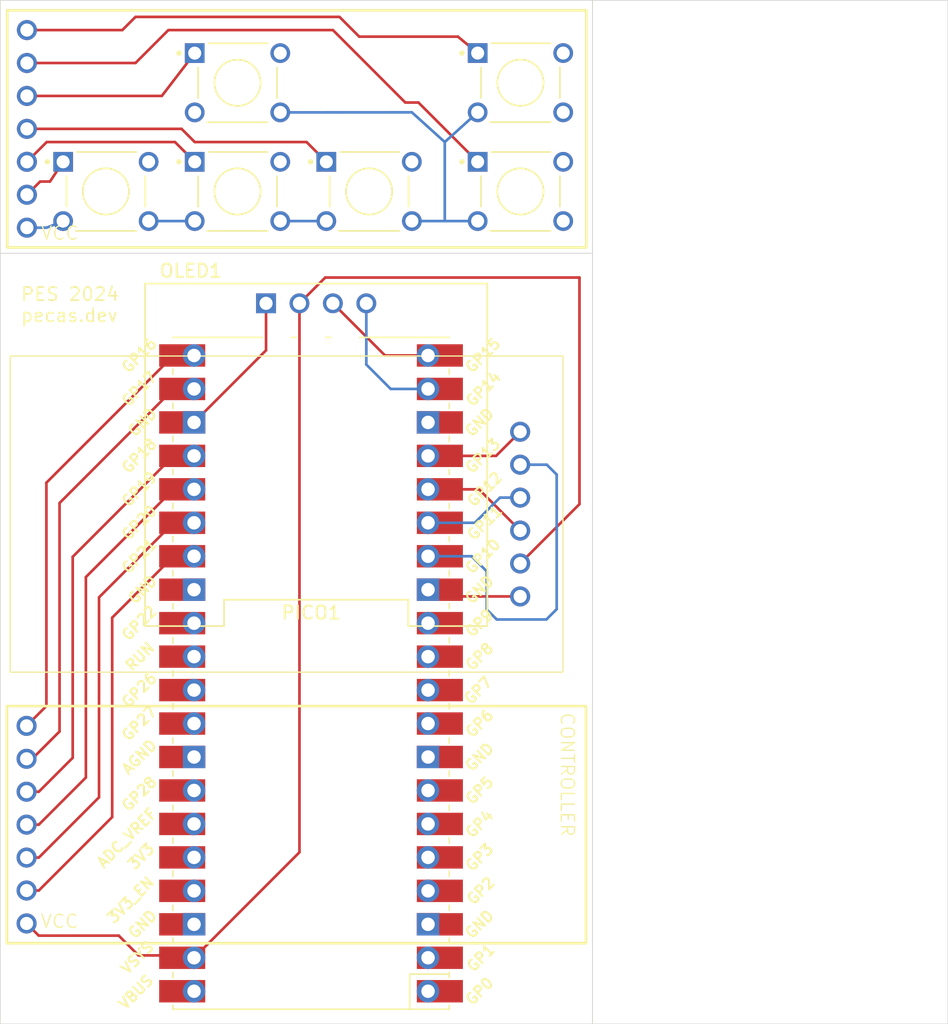
<source format=kicad_pcb>
(kicad_pcb (version 20240108) (generator "pcbnew") (generator_version "8.0")
  (layers (0 "F.Cu" signal) (31 "B.Cu" signal) (34 "B.Paste" user) (35 "F.Paste" user) (36 "B.SilkS" user "B.Silkscreen") (37 "F.SilkS" user "F.Silkscreen") (38 "B.Mask" user) (39 "F.Mask" user) (44 "Edge.Cuts" user))
  (net 0 "")
  (net 1 "Net-(CONTROLLER1-ALPHA)")
  (net 2 "Net-(CONTROLLER1-LEFT)")
  (net 3 "Net-(CONTROLLER1-UP)")
  (net 4 "Net-(CONTROLLER1-RIGHT)")
  (net 5 "Net-(CONTROLLER1-VCC)")
  (net 6 "Net-(CONTROLLER1-BETA)")
  (net 7 "Net-(CONTROLLER1-DOWN)")
  (net 8 "Net-(OLED1-SDA)")
  (net 9 "Net-(OLED1-GND)")
  (net 10 "Net-(OLED1-SCL)")
  (net 16 "Net-(PICO1-GPIO11)")
  (net 17 "Net-(PICO1-GPIO10)")
  (net 20 "Net-(PICO1-GPIO12)")
  (net 36 "Net-(SDCARD1-GND)")
  (net 37 "unconnected-(PICO1-GND-Pad18)")
  (net 39 "Net-(PICO1-GPIO13)")
  (net 40 "unconnected-(PICO1-GPIO22-Pad29)")
  (footprint "gameconsole_footprint_library:sdcard" (layer "F.Cu") (at 148.75 98.5 -90)
    (property "Reference" "SDCARD1" (hide yes))
    (property "Value" "~")
    (fp_rect (start 0 0) (end 24 42) (stroke (width 0.1)) (fill none) (layer "F.SilkS"))
    (pad "1" thru_hole circle (at 5.75 3.25 270) (size 1.524 1.524) (drill 1) (layers "*.Cu" "*.Mask") (net 39 "Net-(PICO1-GPIO13)"))
    (pad "2" thru_hole circle (at 8.25 3.25 270) (size 1.524 1.524) (drill 1) (layers "*.Cu" "*.Mask") (net 17 "Net-(PICO1-GPIO10)"))
    (pad "3" thru_hole circle (at 10.75 3.25 270) (size 1.524 1.524) (drill 1) (layers "*.Cu" "*.Mask") (net 16 "Net-(PICO1-GPIO11)"))
    (pad "4" thru_hole circle (at 13.25 3.25 270) (size 1.524 1.524) (drill 1) (layers "*.Cu" "*.Mask") (net 20 "Net-(PICO1-GPIO12)"))
    (pad "5" thru_hole circle (at 15.75 3.25 270) (size 1.524 1.524) (drill 1) (layers "*.Cu" "*.Mask") (net 5 "Net-(CONTROLLER1-VCC)"))
    (pad "6" thru_hole circle (at 18.25 3.25 270) (size 1.524 1.524) (drill 1) (layers "*.Cu" "*.Mask") (net 36 "Net-(SDCARD1-GND)"))
  )
  (footprint "gameconsole_footprint_library:controller" (layer "F.Cu") (at 106.525742 72.257657)
    (property "Reference" "U" (hide yes))
    (property "Value" "controller" (hide yes))
    (fp_line (start 1.495 14) (end 2.495 13) (stroke (width 0.2)) (layer "F.Cu"))
    (fp_line (start 2.495 13) (end 3.245 13) (stroke (width 0.2)) (layer "F.Cu"))
    (fp_line (start 2.995 10) (end 1.495 11.5) (stroke (width 0.2)) (layer "F.Cu"))
    (fp_line (start 3.245 13) (end 4.245 11.5) (stroke (width 0.2)) (layer "F.Cu"))
    (fp_line (start 8.745 1.5) (end 1.495 1.5) (stroke (width 0.2)) (layer "F.Cu"))
    (fp_line (start 9.745 0.5) (end 8.745 1.5) (stroke (width 0.2)) (layer "F.Cu"))
    (fp_line (start 9.745 4) (end 1.495 4) (stroke (width 0.2)) (layer "F.Cu"))
    (fp_line (start 11.745 6.5) (end 1.495 6.5) (stroke (width 0.2)) (layer "F.Cu"))
    (fp_line (start 12.245 1.5) (end 9.745 4) (stroke (width 0.2)) (layer "F.Cu"))
    (fp_line (start 12.745 10) (end 2.995 10) (stroke (width 0.2)) (layer "F.Cu"))
    (fp_line (start 13.245 9) (end 1.495 9) (stroke (width 0.2)) (layer "F.Cu"))
    (fp_line (start 13.745 9.5) (end 13.245 9) (stroke (width 0.2)) (layer "F.Cu"))
    (fp_line (start 14.245 3.25) (end 11.745 6.5) (stroke (width 0.2)) (layer "F.Cu"))
    (fp_line (start 14.245 10) (end 13.745 9.5) (stroke (width 0.2)) (layer "F.Cu"))
    (fp_line (start 14.245 11.5) (end 12.745 10) (stroke (width 0.2)) (layer "F.Cu"))
    (fp_line (start 22.745 10) (end 14.245 10) (stroke (width 0.2)) (layer "F.Cu"))
    (fp_line (start 24.245 11.5) (end 22.745 10) (stroke (width 0.2)) (layer "F.Cu"))
    (fp_line (start 24.745 1.5) (end 12.245 1.5) (stroke (width 0.2)) (layer "F.Cu"))
    (fp_line (start 25.245 0.5) (end 9.745 0.5) (stroke (width 0.2)) (layer "F.Cu"))
    (fp_line (start 26.745 2) (end 25.245 0.5) (stroke (width 0.2)) (layer "F.Cu"))
    (fp_line (start 30.245 7) (end 24.745 1.5) (stroke (width 0.2)) (layer "F.Cu"))
    (fp_line (start 30.245 7) (end 31.245 7) (stroke (width 0.2)) (layer "F.Cu"))
    (fp_line (start 32.745 8.5) (end 31.245 7) (stroke (width 0.2)) (layer "F.Cu"))
    (fp_line (start 34.245 2) (end 26.745 2) (stroke (width 0.2)) (layer "F.Cu"))
    (fp_line (start 35.745 3.245) (end 34.245 2) (stroke (width 0.2)) (layer "F.Cu"))
    (fp_line (start 35.745 11.5) (end 32.745 8.5) (stroke (width 0.2)) (layer "F.Cu"))
    (fp_line (start 2.995 16.5) (end 1.495 16.5) (stroke (width 0.2)) (layer "B.Cu"))
    (fp_line (start 2.995 16.5) (end 4.245 16) (stroke (width 0.2)) (layer "B.Cu"))
    (fp_line (start 10.745 16) (end 14.245 16) (stroke (width 0.2)) (layer "B.Cu"))
    (fp_line (start 20.745 7.75) (end 30.745 7.745) (stroke (width 0.2)) (layer "B.Cu"))
    (fp_line (start 20.745 16) (end 24.245 16) (stroke (width 0.2)) (layer "B.Cu"))
    (fp_line (start 30.745 7.745) (end 33.245 10) (stroke (width 0.2)) (layer "B.Cu"))
    (fp_line (start 30.745 16) (end 35.745 16) (stroke (width 0.2)) (layer "B.Cu"))
    (fp_line (start 33.245 10) (end 33.245 16) (stroke (width 0.2)) (layer "B.Cu"))
    (fp_line (start 35.745 7.745) (end 33.245 10) (stroke (width 0.2)) (layer "B.Cu"))
    (fp_line (start 4.5 12.6) (end 4.5 14.9) (stroke (width 0.127)) (layer "F.SilkS"))
    (fp_line (start 5.295 10.755) (end 9.795 10.755) (stroke (width 0.127)) (layer "F.SilkS"))
    (fp_line (start 9.795 16.745) (end 5.195 16.745) (stroke (width 0.127)) (layer "F.SilkS"))
    (fp_line (start 10.495 12.6) (end 10.495 14.9) (stroke (width 0.127)) (layer "F.SilkS"))
    (fp_line (start 14.5 4.35) (end 14.5 6.65) (stroke (width 0.127)) (layer "F.SilkS"))
    (fp_line (start 14.5 12.6) (end 14.5 14.9) (stroke (width 0.127)) (layer "F.SilkS"))
    (fp_line (start 15.295 2.505) (end 19.795 2.505) (stroke (width 0.127)) (layer "F.SilkS"))
    (fp_line (start 15.295 10.755) (end 19.795 10.755) (stroke (width 0.127)) (layer "F.SilkS"))
    (fp_line (start 19.795 8.495) (end 15.195 8.495) (stroke (width 0.127)) (layer "F.SilkS"))
    (fp_line (start 19.795 16.745) (end 15.195 16.745) (stroke (width 0.127)) (layer "F.SilkS"))
    (fp_line (start 20.495 4.35) (end 20.495 6.65) (stroke (width 0.127)) (layer "F.SilkS"))
    (fp_line (start 20.495 12.6) (end 20.495 14.9) (stroke (width 0.127)) (layer "F.SilkS"))
    (fp_line (start 24.5 12.6) (end 24.5 14.9) (stroke (width 0.127)) (layer "F.SilkS"))
    (fp_line (start 25.295 10.755) (end 29.795 10.755) (stroke (width 0.127)) (layer "F.SilkS"))
    (fp_line (start 29.795 16.745) (end 25.195 16.745) (stroke (width 0.127)) (layer "F.SilkS"))
    (fp_line (start 30.495 12.6) (end 30.495 14.9) (stroke (width 0.127)) (layer "F.SilkS"))
    (fp_line (start 36 4.345) (end 36 6.645) (stroke (width 0.127)) (layer "F.SilkS"))
    (fp_line (start 36 12.6) (end 36 14.9) (stroke (width 0.127)) (layer "F.SilkS"))
    (fp_line (start 36.795 2.5) (end 41.295 2.5) (stroke (width 0.127)) (layer "F.SilkS"))
    (fp_line (start 36.795 10.755) (end 41.295 10.755) (stroke (width 0.127)) (layer "F.SilkS"))
    (fp_line (start 41.295 8.49) (end 36.695 8.49) (stroke (width 0.127)) (layer "F.SilkS"))
    (fp_line (start 41.295 16.745) (end 36.695 16.745) (stroke (width 0.127)) (layer "F.SilkS"))
    (fp_line (start 41.995 4.345) (end 41.995 6.645) (stroke (width 0.127)) (layer "F.SilkS"))
    (fp_line (start 41.995 12.6) (end 41.995 14.9) (stroke (width 0.127)) (layer "F.SilkS"))
    (fp_rect (start 0 0) (end 44 18) (stroke (width 0.2)) (fill none) (layer "F.SilkS"))
    (fp_circle (center 3.05 11.5) (end 3.15 11.5) (stroke (width 0.2)) (fill none) (layer "F.SilkS"))
    (fp_circle (center 7.495 13.75) (end 9.25 13.75) (stroke (width 0.127)) (fill none) (layer "F.SilkS"))
    (fp_circle (center 13.05 3.25) (end 13.15 3.25) (stroke (width 0.2)) (fill none) (layer "F.SilkS"))
    (fp_circle (center 13.05 11.5) (end 13.15 11.5) (stroke (width 0.2)) (fill none) (layer "F.SilkS"))
    (fp_circle (center 17.495 5.5) (end 19.25 5.5) (stroke (width 0.127)) (fill none) (layer "F.SilkS"))
    (fp_circle (center 17.495 13.75) (end 19.25 13.75) (stroke (width 0.127)) (fill none) (layer "F.SilkS"))
    (fp_circle (center 23.05 11.5) (end 23.15 11.5) (stroke (width 0.2)) (fill none) (layer "F.SilkS"))
    (fp_circle (center 27.495 13.75) (end 29.25 13.75) (stroke (width 0.127)) (fill none) (layer "F.SilkS"))
    (fp_circle (center 34.55 3.245) (end 34.65 3.245) (stroke (width 0.2)) (fill none) (layer "F.SilkS"))
    (fp_circle (center 34.55 11.5) (end 34.65 11.5) (stroke (width 0.2)) (fill none) (layer "F.SilkS"))
    (fp_circle (center 38.995 5.495) (end 40.75 5.495) (stroke (width 0.127)) (fill none) (layer "F.SilkS"))
    (fp_circle (center 38.995 13.75) (end 40.75 13.75) (stroke (width 0.127)) (fill none) (layer "F.SilkS"))
    (fp_text user "VCC" (at 2.5 17.5 0) (layer "F.SilkS") (effects (font (thickness 0.1)) (justify left bottom)))
    (pad "1" thru_hole circle (at 1.495 1.5) (size 1.524 1.524) (drill 1) (layers "*.Cu" "*.Mask"))
    (pad "1" thru_hole rect (at 4.245 11.5) (size 1.498 1.498) (drill 0.99) (layers "*.Cu" "*.Mask"))
    (pad "1" thru_hole rect (at 14.245 3.25) (size 1.498 1.498) (drill 0.99) (layers "*.Cu" "*.Mask"))
    (pad "1" thru_hole rect (at 14.245 11.5) (size 1.498 1.498) (drill 0.99) (layers "*.Cu" "*.Mask"))
    (pad "1" thru_hole rect (at 24.245 11.5) (size 1.498 1.498) (drill 0.99) (layers "*.Cu" "*.Mask"))
    (pad "1" thru_hole rect (at 35.745 3.245) (size 1.498 1.498) (drill 0.99) (layers "*.Cu" "*.Mask"))
    (pad "1" thru_hole rect (at 35.745 11.5) (size 1.498 1.498) (drill 0.99) (layers "*.Cu" "*.Mask"))
    (pad "2" thru_hole circle (at 1.495 4) (size 1.524 1.524) (drill 1) (layers "*.Cu" "*.Mask"))
    (pad "2" thru_hole circle (at 10.745 11.5) (size 1.498 1.498) (drill 0.99) (layers "*.Cu" "*.Mask"))
    (pad "2" thru_hole circle (at 20.745 3.25) (size 1.498 1.498) (drill 0.99) (layers "*.Cu" "*.Mask"))
    (pad "2" thru_hole circle (at 20.745 11.5) (size 1.498 1.498) (drill 0.99) (layers "*.Cu" "*.Mask"))
    (pad "2" thru_hole circle (at 30.745 11.5) (size 1.498 1.498) (drill 0.99) (layers "*.Cu" "*.Mask"))
    (pad "2" thru_hole circle (at 42.245 3.245) (size 1.498 1.498) (drill 0.99) (layers "*.Cu" "*.Mask"))
    (pad "2" thru_hole circle (at 42.245 11.5) (size 1.498 1.498) (drill 0.99) (layers "*.Cu" "*.Mask"))
    (pad "3" thru_hole circle (at 1.495 6.5) (size 1.524 1.524) (drill 1) (layers "*.Cu" "*.Mask"))
    (pad "3" thru_hole circle (at 4.245 16) (size 1.498 1.498) (drill 0.99) (layers "*.Cu" "*.Mask"))
    (pad "3" thru_hole circle (at 14.245 7.75) (size 1.498 1.498) (drill 0.99) (layers "*.Cu" "*.Mask"))
    (pad "3" thru_hole circle (at 14.245 16) (size 1.498 1.498) (drill 0.99) (layers "*.Cu" "*.Mask"))
    (pad "3" thru_hole circle (at 24.245 16) (size 1.498 1.498) (drill 0.99) (layers "*.Cu" "*.Mask"))
    (pad "3" thru_hole circle (at 35.745 7.745) (size 1.498 1.498) (drill 0.99) (layers "*.Cu" "*.Mask"))
    (pad "3" thru_hole circle (at 35.745 16) (size 1.498 1.498) (drill 0.99) (layers "*.Cu" "*.Mask"))
    (pad "4" thru_hole circle (at 1.495 9) (size 1.524 1.524) (drill 1) (layers "*.Cu" "*.Mask"))
    (pad "4" thru_hole circle (at 10.745 16) (size 1.498 1.498) (drill 0.99) (layers "*.Cu" "*.Mask"))
    (pad "4" thru_hole circle (at 20.745 7.75) (size 1.498 1.498) (drill 0.99) (layers "*.Cu" "*.Mask"))
    (pad "4" thru_hole circle (at 20.745 16) (size 1.498 1.498) (drill 0.99) (layers "*.Cu" "*.Mask"))
    (pad "4" thru_hole circle (at 30.745 16) (size 1.498 1.498) (drill 0.99) (layers "*.Cu" "*.Mask"))
    (pad "4" thru_hole circle (at 42.245 7.745) (size 1.498 1.498) (drill 0.99) (layers "*.Cu" "*.Mask"))
    (pad "4" thru_hole circle (at 42.245 16) (size 1.498 1.498) (drill 0.99) (layers "*.Cu" "*.Mask"))
    (pad "5" thru_hole circle (at 1.495 11.5) (size 1.524 1.524) (drill 1) (layers "*.Cu" "*.Mask"))
    (pad "6" thru_hole circle (at 1.495 14) (size 1.524 1.524) (drill 1) (layers "*.Cu" "*.Mask"))
    (pad "7" thru_hole circle (at 1.495 16.5) (size 1.524 1.524) (drill 1) (layers "*.Cu" "*.Mask"))
  )
  (footprint "gameconsole_footprint_library:controller_mount" (layer "F.Cu") (at 106.5 125.075)
    (property "Reference" "CONTROLLER1" (hide yes))
    (property "Value" "~" (hide yes))
    (fp_rect (start 0 0) (end 44 18) (stroke (width 0.2)) (fill none) (layer "F.SilkS"))
    (fp_text user "CONTROLLER" (at 42 0.425 -90) (layer "F.SilkS") (effects (font (thickness 0.1)) (justify left bottom)))
    (fp_text user "VCC" (at 2.5 16.925 0) (layer "F.SilkS") (effects (font (thickness 0.1)) (justify left bottom)))
    (pad "1" thru_hole circle (at 1.495 1.5) (size 1.524 1.524) (drill 1) (layers "*.Cu" "*.Mask") (net 6 "Net-(CONTROLLER1-BETA)"))
    (pad "2" thru_hole circle (at 1.495 4) (size 1.524 1.524) (drill 1) (layers "*.Cu" "*.Mask") (net 1 "Net-(CONTROLLER1-ALPHA)"))
    (pad "3" thru_hole circle (at 1.495 6.5) (size 1.524 1.524) (drill 1) (layers "*.Cu" "*.Mask") (net 3 "Net-(CONTROLLER1-UP)"))
    (pad "4" thru_hole circle (at 1.495 9) (size 1.524 1.524) (drill 1) (layers "*.Cu" "*.Mask") (net 4 "Net-(CONTROLLER1-RIGHT)"))
    (pad "5" thru_hole circle (at 1.495 11.5) (size 1.524 1.524) (drill 1) (layers "*.Cu" "*.Mask") (net 7 "Net-(CONTROLLER1-DOWN)"))
    (pad "6" thru_hole circle (at 1.495 14) (size 1.524 1.524) (drill 1) (layers "*.Cu" "*.Mask") (net 2 "Net-(CONTROLLER1-LEFT)"))
    (pad "7" thru_hole circle (at 1.495 16.5) (size 1.524 1.524) (drill 1) (layers "*.Cu" "*.Mask") (net 5 "Net-(CONTROLLER1-VCC)"))
  )
  (footprint "gameconsole_footprint_library:pico" (layer "F.Cu") (at 129.61 122.59 180)
    (property "Reference" "PICO1" (at 0 4.61 360) (layer "F.SilkS"))
    (property "Value" "~" (hide yes))
    (fp_line (start 10.5 25.5) (end 3.7 25.5) (stroke (width 0.12)) (layer "F.SilkS"))
    (fp_line (start 10.5 22.7) (end 10.5 23.1) (stroke (width 0.12)) (layer "F.SilkS"))
    (fp_line (start 10.5 20.1) (end 10.5 20.5) (stroke (width 0.12)) (layer "F.SilkS"))
    (fp_line (start 10.5 17.6) (end 10.5 18) (stroke (width 0.12)) (layer "F.SilkS"))
    (fp_line (start 10.5 15.1) (end 10.5 15.5) (stroke (width 0.12)) (layer "F.SilkS"))
    (fp_line (start 10.5 12.5) (end 10.5 12.9) (stroke (width 0.12)) (layer "F.SilkS"))
    (fp_line (start 10.5 10) (end 10.5 10.4) (stroke (width 0.12)) (layer "F.SilkS"))
    (fp_line (start 10.5 7.4) (end 10.5 7.8) (stroke (width 0.12)) (layer "F.SilkS"))
    (fp_line (start 10.5 4.9) (end 10.5 5.3) (stroke (width 0.12)) (layer "F.SilkS"))
    (fp_line (start 10.5 2.3) (end 10.5 2.7) (stroke (width 0.12)) (layer "F.SilkS"))
    (fp_line (start 10.5 -0.2) (end 10.5 0.2) (stroke (width 0.12)) (layer "F.SilkS"))
    (fp_line (start 10.5 -2.7) (end 10.5 -2.3) (stroke (width 0.12)) (layer "F.SilkS"))
    (fp_line (start 10.5 -5.3) (end 10.5 -4.9) (stroke (width 0.12)) (layer "F.SilkS"))
    (fp_line (start 10.5 -7.8) (end 10.5 -7.4) (stroke (width 0.12)) (layer "F.SilkS"))
    (fp_line (start 10.5 -10.4) (end 10.5 -10) (stroke (width 0.12)) (layer "F.SilkS"))
    (fp_line (start 10.5 -12.9) (end 10.5 -12.5) (stroke (width 0.12)) (layer "F.SilkS"))
    (fp_line (start 10.5 -15.4) (end 10.5 -15) (stroke (width 0.12)) (layer "F.SilkS"))
    (fp_line (start 10.5 -18) (end 10.5 -17.6) (stroke (width 0.12)) (layer "F.SilkS"))
    (fp_line (start 10.5 -20.5) (end 10.5 -20.1) (stroke (width 0.12)) (layer "F.SilkS"))
    (fp_line (start 10.5 -23.1) (end 10.5 -22.7) (stroke (width 0.12)) (layer "F.SilkS"))
    (fp_line (start 10.5 -25.5) (end 10.5 -25.2) (stroke (width 0.12)) (layer "F.SilkS"))
    (fp_line (start 1.1 25.5) (end 1.5 25.5) (stroke (width 0.12)) (layer "F.SilkS"))
    (fp_line (start -1.5 25.5) (end -1.1 25.5) (stroke (width 0.12)) (layer "F.SilkS"))
    (fp_line (start -3.7 25.5) (end -10.5 25.5) (stroke (width 0.12)) (layer "F.SilkS"))
    (fp_line (start -7.493 -22.833) (end -7.493 -25.5) (stroke (width 0.12)) (layer "F.SilkS"))
    (fp_line (start -10.5 22.7) (end -10.5 23.1) (stroke (width 0.12)) (layer "F.SilkS"))
    (fp_line (start -10.5 20.1) (end -10.5 20.5) (stroke (width 0.12)) (layer "F.SilkS"))
    (fp_line (start -10.5 17.6) (end -10.5 18) (stroke (width 0.12)) (layer "F.SilkS"))
    (fp_line (start -10.5 15.1) (end -10.5 15.5) (stroke (width 0.12)) (layer "F.SilkS"))
    (fp_line (start -10.5 12.5) (end -10.5 12.9) (stroke (width 0.12)) (layer "F.SilkS"))
    (fp_line (start -10.5 10) (end -10.5 10.4) (stroke (width 0.12)) (layer "F.SilkS"))
    (fp_line (start -10.5 7.4) (end -10.5 7.8) (stroke (width 0.12)) (layer "F.SilkS"))
    (fp_line (start -10.5 4.9) (end -10.5 5.3) (stroke (width 0.12)) (layer "F.SilkS"))
    (fp_line (start -10.5 2.3) (end -10.5 2.7) (stroke (width 0.12)) (layer "F.SilkS"))
    (fp_line (start -10.5 -0.2) (end -10.5 0.2) (stroke (width 0.12)) (layer "F.SilkS"))
    (fp_line (start -10.5 -2.7) (end -10.5 -2.3) (stroke (width 0.12)) (layer "F.SilkS"))
    (fp_line (start -10.5 -5.3) (end -10.5 -4.9) (stroke (width 0.12)) (layer "F.SilkS"))
    (fp_line (start -10.5 -7.8) (end -10.5 -7.4) (stroke (width 0.12)) (layer "F.SilkS"))
    (fp_line (start -10.5 -10.4) (end -10.5 -10) (stroke (width 0.12)) (layer "F.SilkS"))
    (fp_line (start -10.5 -12.9) (end -10.5 -12.5) (stroke (width 0.12)) (layer "F.SilkS"))
    (fp_line (start -10.5 -15.4) (end -10.5 -15) (stroke (width 0.12)) (layer "F.SilkS"))
    (fp_line (start -10.5 -18) (end -10.5 -17.6) (stroke (width 0.12)) (layer "F.SilkS"))
    (fp_line (start -10.5 -20.5) (end -10.5 -20.1) (stroke (width 0.12)) (layer "F.SilkS"))
    (fp_line (start -10.5 -22.833) (end -7.493 -22.833) (stroke (width 0.12)) (layer "F.SilkS"))
    (fp_line (start -10.5 -23.1) (end -10.5 -22.7) (stroke (width 0.12)) (layer "F.SilkS"))
    (fp_line (start -10.5 -25.5) (end 10.5 -25.5) (stroke (width 0.12)) (layer "F.SilkS"))
    (fp_line (start -10.5 -25.5) (end -10.5 -25.2) (stroke (width 0.12)) (layer "F.SilkS"))
    (fp_text user "GP11" (at -13.2 11.43 45) (layer "F.SilkS") (effects (font (size 0.8 0.8))))
    (fp_text user "GP28" (at 13.054 -9.144 45) (layer "F.SilkS") (effects (font (size 0.8 0.8))))
    (fp_text user "GP26" (at 13.054 -1.27 45) (layer "F.SilkS") (effects (font (size 0.8 0.8))))
    (fp_text user "GP14" (at -13.1 21.59 45) (layer "F.SilkS") (effects (font (size 0.8 0.8))))
    (fp_text user "VBUS" (at 13.3 -24.2 45) (layer "F.SilkS") (effects (font (size 0.8 0.8))))
    (fp_text user "GND" (at 12.8 19.05 45) (layer "F.SilkS") (effects (font (size 0.8 0.8))))
    (fp_text user "GP20" (at 13.054 11.43 45) (layer "F.SilkS") (effects (font (size 0.8 0.8))))
    (fp_text user "RUN" (at 13 1.27 45) (layer "F.SilkS") (effects (font (size 0.8 0.8))))
    (fp_text user "GP10" (at -13.054 8.89 45) (layer "F.SilkS") (effects (font (size 0.8 0.8))))
    (fp_text user "3V3" (at 12.9 -13.9 45) (layer "F.SilkS") (effects (font (size 0.8 0.8))))
    (fp_text user "GP7" (at -12.7 -1.3 45) (layer "F.SilkS") (effects (font (size 0.8 0.8))))
    (fp_text user "3V3_EN" (at 13.7 -17.2 45) (layer "F.SilkS") (effects (font (size 0.8 0.8))))
    (fp_text user "GND" (at 12.8 -19.05 45) (layer "F.SilkS") (effects (font (size 0.8 0.8))))
    (fp_text user "GP27" (at 13.054 -3.8 45) (layer "F.SilkS") (effects (font (size 0.8 0.8))))
    (fp_text user "GP12" (at -13.2 13.97 45) (layer "F.SilkS") (effects (font (size 0.8 0.8))))
    (fp_text user "GND" (at -12.8 -19.05 45) (layer "F.SilkS") (effects (font (size 0.8 0.8))))
    (fp_text user "GND" (at 12.8 6.35 45) (layer "F.SilkS") (effects (font (size 0.8 0.8))))
    (fp_text user "GP17" (at 13.054 21.59 45) (layer "F.SilkS") (effects (font (size 0.8 0.8))))
    (fp_text user "GP6" (at -12.8 -3.81 45) (layer "F.SilkS") (effects (font (size 0.8 0.8))))
    (fp_text user "GP16" (at 13.054 24.13 45) (layer "F.SilkS") (effects (font (size 0.8 0.8))))
    (fp_text user "GND" (at -12.8 -6.35 45) (layer "F.SilkS") (effects (font (size 0.8 0.8))))
    (fp_text user "AGND" (at 13.054 -6.35 45) (layer "F.SilkS") (effects (font (size 0.8 0.8))))
    (fp_text user "GP15" (at -13.054 24.13 45) (layer "F.SilkS") (effects (font (size 0.8 0.8))))
    (fp_text user "VSYS" (at 13.2 -21.59 45) (layer "F.SilkS") (effects (font (size 0.8 0.8))))
    (fp_text user "GP21" (at 13.054 8.9 45) (layer "F.SilkS") (effects (font (size 0.8 0.8))))
    (fp_text user "GP0" (at -12.8 -24.13 45) (layer "F.SilkS") (effects (font (size 0.8 0.8))))
    (fp_text user "GND" (at -12.8 19.05 45) (layer "F.SilkS") (effects (font (size 0.8 0.8))))
    (fp_text user "GP19" (at 13.054 13.97 45) (layer "F.SilkS") (effects (font (size 0.8 0.8))))
    (fp_text user "GP2" (at -12.9 -16.51 45) (layer "F.SilkS") (effects (font (size 0.8 0.8))))
    (fp_text user "GP18" (at 13.054 16.51 45) (layer "F.SilkS") (effects (font (size 0.8 0.8))))
    (fp_text user "GP8" (at -12.8 1.27 45) (layer "F.SilkS") (effects (font (size 0.8 0.8))))
    (fp_text user "GP22" (at 13.054 3.81 45) (layer "F.SilkS") (effects (font (size 0.8 0.8))))
    (fp_text user "GP1" (at -12.9 -21.6 45) (layer "F.SilkS") (effects (font (size 0.8 0.8))))
    (fp_text user "GP9" (at -12.8 3.81 45) (layer "F.SilkS") (effects (font (size 0.8 0.8))))
    (fp_text user "GP5" (at -12.8 -8.89 45) (layer "F.SilkS") (effects (font (size 0.8 0.8))))
    (fp_text user "GP13" (at -13.054 16.51 45) (layer "F.SilkS") (effects (font (size 0.8 0.8))))
    (fp_text user "GND" (at -12.8 6.35 45) (layer "F.SilkS") (effects (font (size 0.8 0.8))))
    (fp_text user "GP3" (at -12.8 -13.97 45) (layer "F.SilkS") (effects (font (size 0.8 0.8))))
    (fp_text user "GP4" (at -12.8 -11.43 45) (layer "F.SilkS") (effects (font (size 0.8 0.8))))
    (fp_text user "ADC_VREF" (at 14 -12.5 45) (layer "F.SilkS") (effects (font (size 0.8 0.8))))
    (pad "1" thru_hole oval (at -8.89 -24.13 180) (size 1.7 1.7) (drill 1.02) (layers "*.Cu" "*.Mask"))
    (pad "1" smd rect (at -8.89 -24.13 180) (size 3.5 1.7) (drill (offset -0.9 0)) (layers "F.Cu" "F.Mask"))
    (pad "2" thru_hole oval (at -8.89 -21.59 180) (size 1.7 1.7) (drill 1.02) (layers "*.Cu" "*.Mask"))
    (pad "2" smd rect (at -8.89 -21.59 180) (size 3.5 1.7) (drill (offset -0.9 0)) (layers "F.Cu" "F.Mask"))
    (pad "3" thru_hole rect (at -8.89 -19.05 180) (size 1.7 1.7) (drill 1.02) (layers "*.Cu" "*.Mask"))
    (pad "3" smd rect (at -8.89 -19.05 180) (size 3.5 1.7) (drill (offset -0.9 0)) (layers "F.Cu" "F.Mask"))
    (pad "4" thru_hole oval (at -8.89 -16.51 180) (size 1.7 1.7) (drill 1.02) (layers "*.Cu" "*.Mask"))
    (pad "4" smd rect (at -8.89 -16.51 180) (size 3.5 1.7) (drill (offset -0.9 0)) (layers "F.Cu" "F.Mask"))
    (pad "5" thru_hole oval (at -8.89 -13.97 180) (size 1.7 1.7) (drill 1.02) (layers "*.Cu" "*.Mask"))
    (pad "5" smd rect (at -8.89 -13.97 180) (size 3.5 1.7) (drill (offset -0.9 0)) (layers "F.Cu" "F.Mask"))
    (pad "6" thru_hole oval (at -8.89 -11.43 180) (size 1.7 1.7) (drill 1.02) (layers "*.Cu" "*.Mask"))
    (pad "6" smd rect (at -8.89 -11.43 180) (size 3.5 1.7) (drill (offset -0.9 0)) (layers "F.Cu" "F.Mask"))
    (pad "7" thru_hole oval (at -8.89 -8.89 180) (size 1.7 1.7) (drill 1.02) (layers "*.Cu" "*.Mask"))
    (pad "7" smd rect (at -8.89 -8.89 180) (size 3.5 1.7) (drill (offset -0.9 0)) (layers "F.Cu" "F.Mask"))
    (pad "8" thru_hole rect (at -8.89 -6.35 180) (size 1.7 1.7) (drill 1.02) (layers "*.Cu" "*.Mask"))
    (pad "8" smd rect (at -8.89 -6.35 180) (size 3.5 1.7) (drill (offset -0.9 0)) (layers "F.Cu" "F.Mask"))
    (pad "9" thru_hole oval (at -8.89 -3.81 180) (size 1.7 1.7) (drill 1.02) (layers "*.Cu" "*.Mask"))
    (pad "9" smd rect (at -8.89 -3.81 180) (size 3.5 1.7) (drill (offset -0.9 0)) (layers "F.Cu" "F.Mask"))
    (pad "10" thru_hole oval (at -8.89 -1.27 180) (size 1.7 1.7) (drill 1.02) (layers "*.Cu" "*.Mask"))
    (pad "10" smd rect (at -8.89 -1.27 180) (size 3.5 1.7) (drill (offset -0.9 0)) (layers "F.Cu" "F.Mask"))
    (pad "11" thru_hole oval (at -8.89 1.27 180) (size 1.7 1.7) (drill 1.02) (layers "*.Cu" "*.Mask"))
    (pad "11" smd rect (at -8.89 1.27 180) (size 3.5 1.7) (drill (offset -0.9 0)) (layers "F.Cu" "F.Mask"))
    (pad "12" thru_hole oval (at -8.89 3.81 180) (size 1.7 1.7) (drill 1.02) (layers "*.Cu" "*.Mask"))
    (pad "12" smd rect (at -8.89 3.81 180) (size 3.5 1.7) (drill (offset -0.9 0)) (layers "F.Cu" "F.Mask"))
    (pad "13" thru_hole rect (at -8.89 6.35 180) (size 1.7 1.7) (drill 1.02) (layers "*.Cu" "*.Mask") (net 36 "Net-(SDCARD1-GND)"))
    (pad "13" smd rect (at -8.89 6.35 180) (size 3.5 1.7) (drill (offset -0.9 0)) (layers "F.Cu" "F.Mask") (net 36 "Net-(SDCARD1-GND)"))
    (pad "14" thru_hole oval (at -8.89 8.89 180) (size 1.7 1.7) (drill 1.02) (layers "*.Cu" "*.Mask") (net 17 "Net-(PICO1-GPIO10)"))
    (pad "14" smd rect (at -8.89 8.89 180) (size 3.5 1.7) (drill (offset -0.9 0)) (layers "F.Cu" "F.Mask") (net 17 "Net-(PICO1-GPIO10)"))
    (pad "15" thru_hole oval (at -8.89 11.43 180) (size 1.7 1.7) (drill 1.02) (layers "*.Cu" "*.Mask") (net 16 "Net-(PICO1-GPIO11)"))
    (pad "15" smd rect (at -8.89 11.43 180) (size 3.5 1.7) (drill (offset -0.9 0)) (layers "F.Cu" "F.Mask") (net 16 "Net-(PICO1-GPIO11)"))
    (pad "16" thru_hole oval (at -8.89 13.97 180) (size 1.7 1.7) (drill 1.02) (layers "*.Cu" "*.Mask") (net 20 "Net-(PICO1-GPIO12)"))
    (pad "16" smd rect (at -8.89 13.97 180) (size 3.5 1.7) (drill (offset -0.9 0)) (layers "F.Cu" "F.Mask") (net 20 "Net-(PICO1-GPIO12)"))
    (pad "17" thru_hole oval (at -8.89 16.51 180) (size 1.7 1.7) (drill 1.02) (layers "*.Cu" "*.Mask") (net 39 "Net-(PICO1-GPIO13)"))
    (pad "17" smd rect (at -8.89 16.51 180) (size 3.5 1.7) (drill (offset -0.9 0)) (layers "F.Cu" "F.Mask") (net 39 "Net-(PICO1-GPIO13)"))
    (pad "18" thru_hole rect (at -8.89 19.05 180) (size 1.7 1.7) (drill 1.02) (layers "*.Cu" "*.Mask") (net 37 "unconnected-(PICO1-GND-Pad18)"))
    (pad "18" smd rect (at -8.89 19.05 180) (size 3.5 1.7) (drill (offset -0.9 0)) (layers "F.Cu" "F.Mask") (net 37 "unconnected-(PICO1-GND-Pad18)"))
    (pad "19" thru_hole oval (at -8.89 21.59 180) (size 1.7 1.7) (drill 1.02) (layers "*.Cu" "*.Mask") (net 8 "Net-(OLED1-SDA)"))
    (pad "19" smd rect (at -8.89 21.59 180) (size 3.5 1.7) (drill (offset -0.9 0)) (layers "F.Cu" "F.Mask") (net 8 "Net-(OLED1-SDA)"))
    (pad "20" thru_hole oval (at -8.89 24.13 180) (size 1.7 1.7) (drill 1.02) (layers "*.Cu" "*.Mask") (net 10 "Net-(OLED1-SCL)"))
    (pad "20" smd rect (at -8.89 24.13 180) (size 3.5 1.7) (drill (offset -0.9 0)) (layers "F.Cu" "F.Mask") (net 10 "Net-(OLED1-SCL)"))
    (pad "21" thru_hole oval (at 8.89 24.13 180) (size 1.7 1.7) (drill 1.02) (layers "*.Cu" "*.Mask") (net 6 "Net-(CONTROLLER1-BETA)"))
    (pad "21" smd rect (at 8.89 24.13 180) (size 3.5 1.7) (drill (offset 0.9 0)) (layers "F.Cu" "F.Mask") (net 6 "Net-(CONTROLLER1-BETA)"))
    (pad "22" thru_hole oval (at 8.89 21.59 180) (size 1.7 1.7) (drill 1.02) (layers "*.Cu" "*.Mask") (net 1 "Net-(CONTROLLER1-ALPHA)"))
    (pad "22" smd rect (at 8.89 21.59 180) (size 3.5 1.7) (drill (offset 0.9 0)) (layers "F.Cu" "F.Mask") (net 1 "Net-(CONTROLLER1-ALPHA)"))
    (pad "23" thru_hole rect (at 8.89 19.05 180) (size 1.7 1.7) (drill 1.02) (layers "*.Cu" "*.Mask") (net 9 "Net-(OLED1-GND)"))
    (pad "23" smd rect (at 8.89 19.05 180) (size 3.5 1.7) (drill (offset 0.9 0)) (layers "F.Cu" "F.Mask") (net 9 "Net-(OLED1-GND)"))
    (pad "24" thru_hole oval (at 8.89 16.51 180) (size 1.7 1.7) (drill 1.02) (layers "*.Cu" "*.Mask") (net 3 "Net-(CONTROLLER1-UP)"))
    (pad "24" smd rect (at 8.89 16.51 180) (size 3.5 1.7) (drill (offset 0.9 0)) (layers "F.Cu" "F.Mask") (net 3 "Net-(CONTROLLER1-UP)"))
    (pad "25" thru_hole oval (at 8.89 13.97 180) (size 1.7 1.7) (drill 1.02) (layers "*.Cu" "*.Mask") (net 4 "Net-(CONTROLLER1-RIGHT)"))
    (pad "25" smd rect (at 8.89 13.97 180) (size 3.5 1.7) (drill (offset 0.9 0)) (layers "F.Cu" "F.Mask") (net 4 "Net-(CONTROLLER1-RIGHT)"))
    (pad "26" thru_hole oval (at 8.89 11.43 180) (size 1.7 1.7) (drill 1.02) (layers "*.Cu" "*.Mask") (net 7 "Net-(CONTROLLER1-DOWN)"))
    (pad "26" smd rect (at 8.89 11.43 180) (size 3.5 1.7) (drill (offset 0.9 0)) (layers "F.Cu" "F.Mask") (net 7 "Net-(CONTROLLER1-DOWN)"))
    (pad "27" thru_hole oval (at 8.89 8.89 180) (size 1.7 1.7) (drill 1.02) (layers "*.Cu" "*.Mask") (net 2 "Net-(CONTROLLER1-LEFT)"))
    (pad "27" smd rect (at 8.89 8.89 180) (size 3.5 1.7) (drill (offset 0.9 0)) (layers "F.Cu" "F.Mask") (net 2 "Net-(CONTROLLER1-LEFT)"))
    (pad "28" thru_hole rect (at 8.89 6.35 180) (size 1.7 1.7) (drill 1.02) (layers "*.Cu" "*.Mask"))
    (pad "28" smd rect (at 8.89 6.35 180) (size 3.5 1.7) (drill (offset 0.9 0)) (layers "F.Cu" "F.Mask"))
    (pad "29" thru_hole oval (at 8.89 3.81 180) (size 1.7 1.7) (drill 1.02) (layers "*.Cu" "*.Mask") (net 40 "unconnected-(PICO1-GPIO22-Pad29)"))
    (pad "29" smd rect (at 8.89 3.81 180) (size 3.5 1.7) (drill (offset 0.9 0)) (layers "F.Cu" "F.Mask") (net 40 "unconnected-(PICO1-GPIO22-Pad29)"))
    (pad "30" thru_hole oval (at 8.89 1.27 180) (size 1.7 1.7) (drill 1.02) (layers "*.Cu" "*.Mask"))
    (pad "30" smd rect (at 8.89 1.27 180) (size 3.5 1.7) (drill (offset 0.9 0)) (layers "F.Cu" "F.Mask"))
    (pad "31" thru_hole oval (at 8.89 -1.27 180) (size 1.7 1.7) (drill 1.02) (layers "*.Cu" "*.Mask"))
    (pad "31" smd rect (at 8.89 -1.27 180) (size 3.5 1.7) (drill (offset 0.9 0)) (layers "F.Cu" "F.Mask"))
    (pad "32" thru_hole oval (at 8.89 -3.81 180) (size 1.7 1.7) (drill 1.02) (layers "*.Cu" "*.Mask"))
    (pad "32" smd rect (at 8.89 -3.81 180) (size 3.5 1.7) (drill (offset 0.9 0)) (layers "F.Cu" "F.Mask"))
    (pad "33" thru_hole rect (at 8.89 -6.35 180) (size 1.7 1.7) (drill 1.02) (layers "*.Cu" "*.Mask"))
    (pad "33" smd rect (at 8.89 -6.35 180) (size 3.5 1.7) (drill (offset 0.9 0)) (layers "F.Cu" "F.Mask"))
    (pad "34" thru_hole oval (at 8.89 -8.89 180) (size 1.7 1.7) (drill 1.02) (layers "*.Cu" "*.Mask"))
    (pad "34" smd rect (at 8.89 -8.89 180) (size 3.5 1.7) (drill (offset 0.9 0)) (layers "F.Cu" "F.Mask"))
    (pad "35" thru_hole oval (at 8.89 -11.43 180) (size 1.7 1.7) (drill 1.02) (layers "*.Cu" "*.Mask"))
    (pad "35" smd rect (at 8.89 -11.43 180) (size 3.5 1.7) (drill (offset 0.9 0)) (layers "F.Cu" "F.Mask"))
    (pad "36" thru_hole oval (at 8.89 -13.97 180) (size 1.7 1.7) (drill 1.02) (layers "*.Cu" "*.Mask"))
    (pad "36" smd rect (at 8.89 -13.97 180) (size 3.5 1.7) (drill (offset 0.9 0)) (layers "F.Cu" "F.Mask"))
    (pad "37" thru_hole oval (at 8.89 -16.51 180) (size 1.7 1.7) (drill 1.02) (layers "*.Cu" "*.Mask"))
    (pad "37" smd rect (at 8.89 -16.51 180) (size 3.5 1.7) (drill (offset 0.9 0)) (layers "F.Cu" "F.Mask"))
    (pad "38" thru_hole rect (at 8.89 -19.05 180) (size 1.7 1.7) (drill 1.02) (layers "*.Cu" "*.Mask"))
    (pad "38" smd rect (at 8.89 -19.05 180) (size 3.5 1.7) (drill (offset 0.9 0)) (layers "F.Cu" "F.Mask"))
    (pad "39" thru_hole oval (at 8.89 -21.59 180) (size 1.7 1.7) (drill 1.02) (layers "*.Cu" "*.Mask") (net 5 "Net-(CONTROLLER1-VCC)"))
    (pad "39" smd rect (at 8.89 -21.59 180) (size 3.5 1.7) (drill (offset 0.9 0)) (layers "F.Cu" "F.Mask") (net 5 "Net-(CONTROLLER1-VCC)"))
    (pad "40" thru_hole oval (at 8.89 -24.13 180) (size 1.7 1.7) (drill 1.02) (layers "*.Cu" "*.Mask"))
    (pad "40" smd rect (at 8.89 -24.13 180) (size 3.5 1.7) (drill (offset 0.9 0)) (layers "F.Cu" "F.Mask"))
  )
  (footprint "gameconsole_footprint_library:oled" (layer "F.Cu") (at 130 106)
    (property "Reference" "OLED1" (at -9.525 -13.97 0) (layer "F.SilkS"))
    (property "Value" "~" (hide yes))
    (fp_line (start -13 -13) (end 13 -13) (stroke (width 0.127)) (layer "F.SilkS"))
    (fp_line (start -13 13) (end -13 -13) (stroke (width 0.127)) (layer "F.SilkS"))
    (fp_line (start -7 11) (end -7 13) (stroke (width 0.127)) (layer "F.SilkS"))
    (fp_line (start -7 13) (end -13 13) (stroke (width 0.127)) (layer "F.SilkS"))
    (fp_line (start 7 11) (end -7 11) (stroke (width 0.127)) (layer "F.SilkS"))
    (fp_line (start 7 13) (end 7 11) (stroke (width 0.127)) (layer "F.SilkS"))
    (fp_line (start 13 -13) (end 13 13) (stroke (width 0.127)) (layer "F.SilkS"))
    (fp_line (start 13 13) (end 7 13) (stroke (width 0.127)) (layer "F.SilkS"))
    (pad "1" thru_hole rect (at -3.81 -11.5) (size 1.508 1.508) (drill 1) (layers "*.Cu" "*.Mask") (net 9 "Net-(OLED1-GND)"))
    (pad "2" thru_hole circle (at -1.27 -11.5) (size 1.508 1.508) (drill 1) (layers "*.Cu" "*.Mask") (net 5 "Net-(CONTROLLER1-VCC)"))
    (pad "3" thru_hole circle (at 1.27 -11.5) (size 1.508 1.508) (drill 1) (layers "*.Cu" "*.Mask") (net 10 "Net-(OLED1-SCL)"))
    (pad "4" thru_hole circle (at 3.81 -11.5) (size 1.508 1.508) (drill 1) (layers "*.Cu" "*.Mask") (net 8 "Net-(OLED1-SDA)"))
  )
  (gr_rect (start 106 71.5) (end 151 90.7) (stroke (width 0.05)) (fill none) (layer "Edge.Cuts"))
  (gr_rect (start 106 90.7) (end 151 149.2) (stroke (width 0.05)) (fill none) (layer "Edge.Cuts"))
  (gr_rect (start 151 71.5) (end 178 149.2) (stroke (width 0.05)) (fill none) (layer "Edge.Cuts"))
  (gr_text "PES 2024\npecas.dev" (at 107.5 96 0) (layer "F.SilkS") (effects (font (size 1 1) (thickness 0.125)) (justify left bottom)))
  (segment (start 108.425 129.075) (end 110.5 127) (width 0.2) (layer "F.Cu") (net 1))
  (segment (start 119 101) (end 120.72 101) (width 0.2) (layer "F.Cu") (net 1))
  (segment (start 119.16 101) (end 120.72 101) (width 0.2) (layer "F.Cu") (net 1))
  (segment (start 110.5 109.66) (end 119.16 101) (width 0.2) (layer "F.Cu") (net 1))
  (segment (start 107.995 129.075) (end 108.425 129.075) (width 0.2) (layer "F.Cu") (net 1))
  (segment (start 110.5 127) (end 110.5 109.66) (width 0.2) (layer "F.Cu") (net 1))
  (segment (start 119.16 113.7) (end 120.72 113.7) (width 0.2) (layer "F.Cu") (net 2))
  (segment (start 108.925 139.075) (end 114.5 133.5) (width 0.2) (layer "F.Cu") (net 2))
  (segment (start 114.5 133.5) (end 114.5 118.36) (width 0.2) (layer "F.Cu") (net 2))
  (segment (start 114.5 118.36) (end 119.16 113.7) (width 0.2) (layer "F.Cu") (net 2))
  (segment (start 107.995 139.075) (end 108.925 139.075) (width 0.2) (layer "F.Cu") (net 2))
  (segment (start 108.925 131.575) (end 111.5 129) (width 0.2) (layer "F.Cu") (net 3))
  (segment (start 111.5 129) (end 111.5 113.74) (width 0.2) (layer "F.Cu") (net 3))
  (segment (start 119.16 106.08) (end 120.72 106.08) (width 0.2) (layer "F.Cu") (net 3))
  (segment (start 107.995 131.575) (end 108.925 131.575) (width 0.2) (layer "F.Cu") (net 3))
  (segment (start 111.5 113.74) (end 119.16 106.08) (width 0.2) (layer "F.Cu") (net 3))
  (segment (start 108.925 134.075) (end 112.5 130.5) (width 0.2) (layer "F.Cu") (net 4))
  (segment (start 107.995 134.075) (end 108.925 134.075) (width 0.2) (layer "F.Cu") (net 4))
  (segment (start 119.16 108.62) (end 120.72 108.62) (width 0.2) (layer "F.Cu") (net 4))
  (segment (start 112.5 115.28) (end 119.16 108.62) (width 0.2) (layer "F.Cu") (net 4))
  (segment (start 112.5 130.5) (end 112.5 115.28) (width 0.2) (layer "F.Cu") (net 4))
  (segment (start 128.73 136.17) (end 120.72 144.18) (width 0.2) (layer "F.Cu") (net 5))
  (segment (start 128.73 94.5) (end 128.73 136.17) (width 0.2) (layer "F.Cu") (net 5))
  (segment (start 115 142.5) (end 116.5 144) (width 0.2) (layer "F.Cu") (net 5))
  (segment (start 107.995 141.575) (end 108.92 142.5) (width 0.2) (layer "F.Cu") (net 5))
  (segment (start 150.007143 92.543744) (end 150.007143 109.742857) (width 0.2) (layer "F.Cu") (net 5))
  (segment (start 128.73 94.5) (end 130.686256 92.543744) (width 0.2) (layer "F.Cu") (net 5))
  (segment (start 116.5 144) (end 120.54 144) (width 0.2) (layer "F.Cu") (net 5))
  (segment (start 130.686256 92.543744) (end 150.007143 92.543744) (width 0.2) (layer "F.Cu") (net 5))
  (segment (start 108.92 142.5) (end 115 142.5) (width 0.2) (layer "F.Cu") (net 5))
  (segment (start 120.54 144) (end 120.72 144.18) (width 0.2) (layer "F.Cu") (net 5))
  (segment (start 150.007143 109.742857) (end 145.5 114.25) (width 0.2) (layer "F.Cu") (net 5))
  (segment (start 107.995 126.575) (end 109.5 125.07) (width 0.2) (layer "F.Cu") (net 6))
  (segment (start 109.5 125.07) (end 109.5 108.12) (width 0.2) (layer "F.Cu") (net 6))
  (segment (start 109.5 108.12) (end 119.16 98.46) (width 0.2) (layer "F.Cu") (net 6))
  (segment (start 119.16 98.46) (end 120.72 98.46) (width 0.2) (layer "F.Cu") (net 6))
  (segment (start 120.26 110.7) (end 120.72 111.16) (width 0.2) (layer "F.Cu") (net 7))
  (segment (start 108.925 136.575) (end 113.5 132) (width 0.2) (layer "F.Cu") (net 7))
  (segment (start 107.995 136.575) (end 108.925 136.575) (width 0.2) (layer "F.Cu") (net 7))
  (segment (start 113.5 116.82) (end 119.16 111.16) (width 0.2) (layer "F.Cu") (net 7))
  (segment (start 119.16 111.16) (end 120.72 111.16) (width 0.2) (layer "F.Cu") (net 7))
  (segment (start 113.5 132) (end 113.5 116.82) (width 0.2) (layer "F.Cu") (net 7))
  (segment (start 133.81 99.149709) (end 135.660291 101) (width 0.2) (layer "B.Cu") (net 8))
  (segment (start 135.660291 101) (end 138.5 101) (width 0.2) (layer "B.Cu") (net 8))
  (segment (start 133.81 94.5) (end 133.81 99.149709) (width 0.2) (layer "B.Cu") (net 8))
  (segment (start 126.19 94.5) (end 126.19 98.07) (width 0.2) (layer "F.Cu") (net 9))
  (segment (start 126.19 98.07) (end 120.72 103.54) (width 0.2) (layer "F.Cu") (net 9))
  (segment (start 131.27 94.5) (end 135.23 98.46) (width 0.2) (layer "F.Cu") (net 10))
  (segment (start 135.23 98.46) (end 138.5 98.46) (width 0.2) (layer "F.Cu") (net 10))
  (segment (start 138.66 111) (end 138.5 111.16) (width 0.2) (layer "F.Cu") (net 16))
  (segment (start 145.5 109.25) (end 143.963272 109.25) (width 0.2) (layer "B.Cu") (net 16))
  (segment (start 142.053272 111.16) (end 138.5 111.16) (width 0.2) (layer "B.Cu") (net 16))
  (segment (start 143.963272 109.25) (end 142.053272 111.16) (width 0.2) (layer "B.Cu") (net 16))
  (segment (start 138.7 113.5) (end 138.5 113.7) (width 0.2) (layer "F.Cu") (net 17))
  (segment (start 145.5 106.75) (end 147.524576 106.75) (width 0.2) (layer "B.Cu") (net 17))
  (segment (start 143.719818 118.5) (end 142.959626 117.739808) (width 0.2) (layer "B.Cu") (net 17))
  (segment (start 147.491767 118.5) (end 143.719818 118.5) (width 0.2) (layer "B.Cu") (net 17))
  (segment (start 148.274576 107.5) (end 148.274576 117.717191) (width 0.2) (layer "B.Cu") (net 17))
  (segment (start 142.959626 117.739808) (end 142.959626 114.844857) (width 0.2) (layer "B.Cu") (net 17))
  (segment (start 148.274576 117.717191) (end 147.491767 118.5) (width 0.2) (layer "B.Cu") (net 17))
  (segment (start 141.814769 113.7) (end 138.5 113.7) (width 0.2) (layer "B.Cu") (net 17))
  (segment (start 147.524576 106.75) (end 148.274576 107.5) (width 0.2) (layer "B.Cu") (net 17))
  (segment (start 142.959626 114.844857) (end 141.814769 113.7) (width 0.2) (layer "B.Cu") (net 17))
  (segment (start 138.62 108.5) (end 138.5 108.62) (width 0.2) (layer "F.Cu") (net 20))
  (segment (start 145.5 111.75) (end 142.37 108.62) (width 0.2) (layer "F.Cu") (net 20))
  (segment (start 142.37 108.62) (end 138.5 108.62) (width 0.2) (layer "F.Cu") (net 20))
  (segment (start 139.01 116.75) (end 138.5 116.24) (width 0.2) (layer "F.Cu") (net 36))
  (segment (start 145.5 116.75) (end 139.01 116.75) (width 0.2) (layer "F.Cu") (net 36))
  (segment (start 138.54 103.5) (end 138.5 103.54) (width 0.2) (layer "F.Cu") (net 37))
  (segment (start 143.67 106.08) (end 138.5 106.08) (width 0.2) (layer "F.Cu") (net 39))
  (segment (start 145.5 104.25) (end 143.67 106.08) (width 0.2) (layer "F.Cu") (net 39))
  (segment (start 120.5 119) (end 120.72 118.78) (width 0.2) (layer "B.Cu") (net 40))
)
</source>
